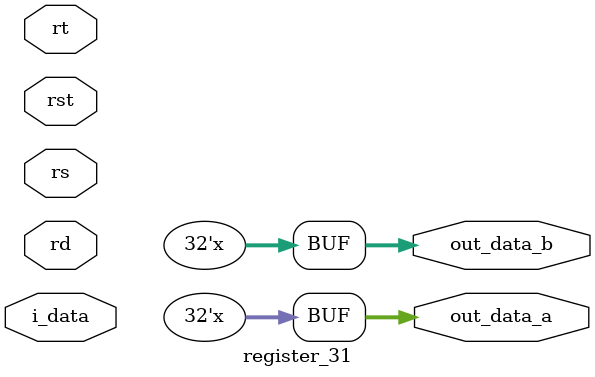
<source format=v>
`timescale 1ns / 1ps

module register_31(rst,rs,rt,rd,i_data,out_data_a,out_data_b);
input rst;
input [4:0]rs,rt,rd;
input [31:0] i_data;
output reg [31:0] out_data_a;
output reg [31:0] out_data_b;

reg [4:0]  reg_num;
reg [31:0] reg_data;

always @(*) begin
      if(rst) begin
            reg_num = 31;
      end
      else begin
          if(reg_num == rs)
               out_data_a <= reg_data;
          if(reg_num == rt)
               out_data_b <= reg_data;
          if(reg_num == rd)    
               reg_data <= i_data;
      end
      
end
endmodule

</source>
